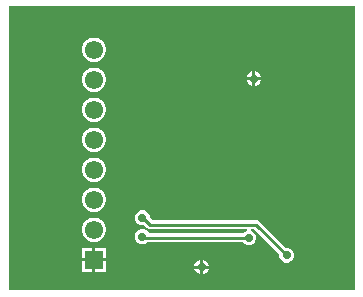
<source format=gbr>
%TF.GenerationSoftware,Altium Limited,Altium Designer,24.4.1 (13)*%
G04 Layer_Physical_Order=2*
G04 Layer_Color=16711680*
%FSLAX45Y45*%
%MOMM*%
%TF.SameCoordinates,881402D5-0203-4901-B5EA-5A78FED384BD*%
%TF.FilePolarity,Positive*%
%TF.FileFunction,Copper,L2,Bot,Signal*%
%TF.Part,Single*%
G01*
G75*
%TA.AperFunction,Conductor*%
%ADD14C,0.25400*%
%TA.AperFunction,ComponentPad*%
%ADD15C,1.55000*%
%ADD16R,1.55000X1.55000*%
%TA.AperFunction,ViaPad*%
%ADD17C,0.70000*%
G36*
X16400000Y3750000D02*
X13470000D01*
Y6150000D01*
X16400000D01*
Y3750000D01*
D02*
G37*
%LPC*%
G36*
X14205864Y5886517D02*
X14178769D01*
X14152599Y5879505D01*
X14129135Y5865958D01*
X14109976Y5846799D01*
X14096429Y5823335D01*
X14089417Y5797164D01*
Y5770070D01*
X14096429Y5743899D01*
X14109976Y5720435D01*
X14129135Y5701277D01*
X14152599Y5687730D01*
X14178769Y5680717D01*
X14205864D01*
X14232034Y5687730D01*
X14255499Y5701277D01*
X14274657Y5720435D01*
X14288203Y5743899D01*
X14295216Y5770070D01*
Y5797164D01*
X14288203Y5823335D01*
X14274657Y5846799D01*
X14255499Y5865958D01*
X14232034Y5879505D01*
X14205864Y5886517D01*
D02*
G37*
G36*
X15558167Y5599883D02*
Y5552467D01*
X15605582D01*
X15596671Y5573981D01*
X15579680Y5590972D01*
X15558167Y5599883D01*
D02*
G37*
G36*
X15532767D02*
X15511253Y5590972D01*
X15494263Y5573981D01*
X15485352Y5552467D01*
X15532767D01*
Y5599883D01*
D02*
G37*
G36*
X15605582Y5527067D02*
X15558167D01*
Y5479651D01*
X15579680Y5488563D01*
X15596671Y5505553D01*
X15605582Y5527067D01*
D02*
G37*
G36*
X15532767D02*
X15485352D01*
X15494263Y5505553D01*
X15511253Y5488563D01*
X15532767Y5479651D01*
Y5527067D01*
D02*
G37*
G36*
X14205864Y5632517D02*
X14178769D01*
X14152599Y5625505D01*
X14129135Y5611958D01*
X14109976Y5592799D01*
X14096429Y5569335D01*
X14089417Y5543164D01*
Y5516070D01*
X14096429Y5489899D01*
X14109976Y5466435D01*
X14129135Y5447277D01*
X14152599Y5433730D01*
X14178769Y5426717D01*
X14205864D01*
X14232034Y5433730D01*
X14255499Y5447277D01*
X14274657Y5466435D01*
X14288203Y5489899D01*
X14295216Y5516070D01*
Y5543164D01*
X14288203Y5569335D01*
X14274657Y5592799D01*
X14255499Y5611958D01*
X14232034Y5625505D01*
X14205864Y5632517D01*
D02*
G37*
G36*
Y5378517D02*
X14178769D01*
X14152599Y5371505D01*
X14129135Y5357958D01*
X14109976Y5338799D01*
X14096429Y5315335D01*
X14089417Y5289164D01*
Y5262070D01*
X14096429Y5235899D01*
X14109976Y5212435D01*
X14129135Y5193277D01*
X14152599Y5179730D01*
X14178769Y5172717D01*
X14205864D01*
X14232034Y5179730D01*
X14255499Y5193277D01*
X14274657Y5212435D01*
X14288203Y5235899D01*
X14295216Y5262070D01*
Y5289164D01*
X14288203Y5315335D01*
X14274657Y5338799D01*
X14255499Y5357958D01*
X14232034Y5371505D01*
X14205864Y5378517D01*
D02*
G37*
G36*
Y5124517D02*
X14178769D01*
X14152599Y5117505D01*
X14129135Y5103958D01*
X14109976Y5084799D01*
X14096429Y5061335D01*
X14089417Y5035164D01*
Y5008070D01*
X14096429Y4981899D01*
X14109976Y4958435D01*
X14129135Y4939277D01*
X14152599Y4925730D01*
X14178769Y4918717D01*
X14205864D01*
X14232034Y4925730D01*
X14255499Y4939277D01*
X14274657Y4958435D01*
X14288203Y4981899D01*
X14295216Y5008070D01*
Y5035164D01*
X14288203Y5061335D01*
X14274657Y5084799D01*
X14255499Y5103958D01*
X14232034Y5117505D01*
X14205864Y5124517D01*
D02*
G37*
G36*
Y4870517D02*
X14178769D01*
X14152599Y4863505D01*
X14129135Y4849958D01*
X14109976Y4830799D01*
X14096429Y4807335D01*
X14089417Y4781164D01*
Y4754070D01*
X14096429Y4727899D01*
X14109976Y4704435D01*
X14129135Y4685277D01*
X14152599Y4671730D01*
X14178769Y4664717D01*
X14205864D01*
X14232034Y4671730D01*
X14255499Y4685277D01*
X14274657Y4704435D01*
X14288203Y4727899D01*
X14295216Y4754070D01*
Y4781164D01*
X14288203Y4807335D01*
X14274657Y4830799D01*
X14255499Y4849958D01*
X14232034Y4863505D01*
X14205864Y4870517D01*
D02*
G37*
G36*
Y4616517D02*
X14178769D01*
X14152599Y4609505D01*
X14129135Y4595958D01*
X14109976Y4576799D01*
X14096429Y4553335D01*
X14089417Y4527164D01*
Y4500070D01*
X14096429Y4473899D01*
X14109976Y4450435D01*
X14129135Y4431277D01*
X14152599Y4417730D01*
X14178769Y4410717D01*
X14205864D01*
X14232034Y4417730D01*
X14255499Y4431277D01*
X14274657Y4450435D01*
X14288203Y4473899D01*
X14295216Y4500070D01*
Y4527164D01*
X14288203Y4553335D01*
X14274657Y4576799D01*
X14255499Y4595958D01*
X14232034Y4609505D01*
X14205864Y4616517D01*
D02*
G37*
G36*
Y4362517D02*
X14178769D01*
X14152599Y4355505D01*
X14129135Y4341958D01*
X14109976Y4322799D01*
X14096429Y4299335D01*
X14089417Y4273164D01*
Y4246070D01*
X14096429Y4219899D01*
X14109976Y4196435D01*
X14129135Y4177277D01*
X14152599Y4163730D01*
X14178769Y4156717D01*
X14205864D01*
X14232034Y4163730D01*
X14255499Y4177277D01*
X14274657Y4196435D01*
X14288203Y4219899D01*
X14295216Y4246070D01*
Y4273164D01*
X14288203Y4299335D01*
X14274657Y4322799D01*
X14255499Y4341958D01*
X14232034Y4355505D01*
X14205864Y4362517D01*
D02*
G37*
G36*
X14295216Y4108517D02*
X14205017D01*
Y4018317D01*
X14295216D01*
Y4108517D01*
D02*
G37*
G36*
X14179617D02*
X14089417D01*
Y4018317D01*
X14179617D01*
Y4108517D01*
D02*
G37*
G36*
X14615131Y4422517D02*
X14591103D01*
X14568903Y4413322D01*
X14551912Y4396331D01*
X14542717Y4374131D01*
Y4350103D01*
X14551912Y4327903D01*
X14568903Y4310912D01*
X14591103Y4301717D01*
X14615131D01*
X14615575Y4301901D01*
X14642827Y4274648D01*
X14655431Y4266228D01*
X14670296Y4263271D01*
X15483878D01*
X15486403Y4250571D01*
X15468903Y4243322D01*
X15456544Y4230964D01*
X14656544D01*
X14654321Y4236331D01*
X14637331Y4253322D01*
X14615131Y4262517D01*
X14591103D01*
X14568903Y4253322D01*
X14551912Y4236331D01*
X14542717Y4214131D01*
Y4190103D01*
X14551912Y4167903D01*
X14568903Y4150912D01*
X14591103Y4141717D01*
X14615131D01*
X14637331Y4150912D01*
X14639789Y4153371D01*
X14640295Y4153271D01*
X15456544D01*
X15468903Y4140912D01*
X15491103Y4131717D01*
X15515131D01*
X15537331Y4140912D01*
X15554321Y4157903D01*
X15563516Y4180103D01*
Y4204131D01*
X15554321Y4226331D01*
X15537331Y4243322D01*
X15519830Y4250571D01*
X15522356Y4263271D01*
X15547026D01*
X15762717Y4047580D01*
Y4030103D01*
X15771912Y4007903D01*
X15788902Y3990913D01*
X15811102Y3981717D01*
X15835130D01*
X15857330Y3990913D01*
X15874321Y4007903D01*
X15883516Y4030103D01*
Y4054131D01*
X15874321Y4076331D01*
X15857330Y4093322D01*
X15835130Y4102517D01*
X15817654D01*
X15590585Y4329586D01*
X15577982Y4338007D01*
X15563116Y4340964D01*
X14686388D01*
X14663518Y4363834D01*
Y4374131D01*
X14654321Y4396331D01*
X14637331Y4413322D01*
X14615131Y4422517D01*
D02*
G37*
G36*
X15115817Y4002233D02*
Y3954817D01*
X15163232D01*
X15154321Y3976331D01*
X15137331Y3993322D01*
X15115817Y4002233D01*
D02*
G37*
G36*
X15090417D02*
X15068903Y3993322D01*
X15051912Y3976331D01*
X15043001Y3954817D01*
X15090417D01*
Y4002233D01*
D02*
G37*
G36*
X14295216Y3992917D02*
X14205017D01*
Y3902717D01*
X14295216D01*
Y3992917D01*
D02*
G37*
G36*
X14179617D02*
X14089417D01*
Y3902717D01*
X14179617D01*
Y3992917D01*
D02*
G37*
G36*
X15163232Y3929417D02*
X15115817D01*
Y3882001D01*
X15137331Y3890912D01*
X15154321Y3907903D01*
X15163232Y3929417D01*
D02*
G37*
G36*
X15090417D02*
X15043001D01*
X15051912Y3907903D01*
X15068903Y3890912D01*
X15090417Y3882001D01*
Y3929417D01*
D02*
G37*
%LPD*%
D14*
X15563116Y4302117D02*
X15823116Y4042117D01*
X14610297Y4362117D02*
X14670296Y4302117D01*
X15563116D01*
X14640295Y4192117D02*
X15503117D01*
X14603117Y4202117D02*
X14611650Y4193583D01*
X14638829D01*
X14640295Y4192117D01*
X14603117Y4362117D02*
X14610297D01*
D15*
X14192317Y5021617D02*
D03*
Y4767617D02*
D03*
Y4513617D02*
D03*
Y4259617D02*
D03*
Y5275617D02*
D03*
Y5529617D02*
D03*
Y5783617D02*
D03*
D16*
Y4005617D02*
D03*
D17*
X14603117Y4202117D02*
D03*
X15545467Y5539767D02*
D03*
X15503117Y4192117D02*
D03*
X14603117Y4362117D02*
D03*
X15823116Y4042117D02*
D03*
X15103117Y3942117D02*
D03*
%TF.MD5,9b6ffbc2ed8746669872d3cfe76d1273*%
M02*

</source>
